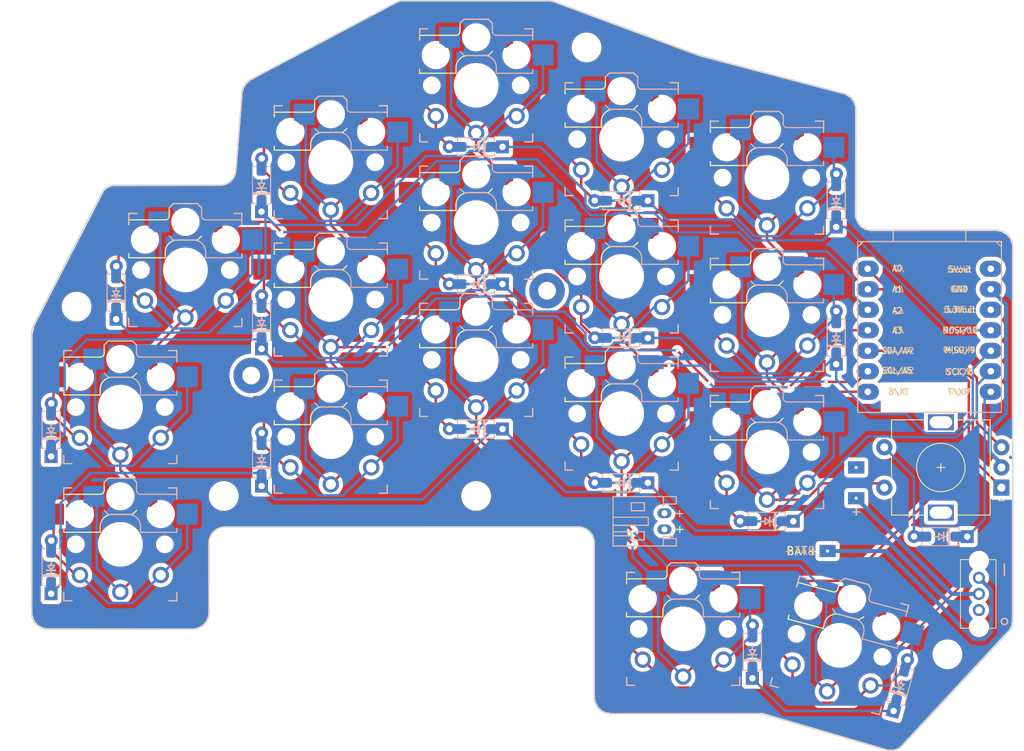
<source format=kicad_pcb>
(kicad_pcb (version 20221018) (generator pcbnew)
  (layers (0 "F.Cu" signal) (31 "B.Cu" signal) (34 "B.Paste" user) (35 "F.Paste" user) (36 "B.SilkS" user "B.Silkscreen") (37 "F.SilkS" user "F.Silkscreen") (38 "B.Mask" user) (39 "F.Mask" user) (44 "Edge.Cuts" user))
  (net 0 "")
  (net 1 "Net-(BT1-+)")
  (net 2 "GND")
  (net 3 "Row_0")
  (net 4 "Net-(D1-A)")
  (net 5 "Net-(D2-A)")
  (net 6 "Net-(D3-A)")
  (net 7 "Net-(D4-A)")
  (net 8 "Net-(D5-A)")
  (net 9 "Row_1")
  (net 10 "Net-(D6-A)")
  (net 11 "Net-(D7-A)")
  (net 12 "Net-(D8-A)")
  (net 13 "Net-(D9-A)")
  (net 14 "Net-(D10-A)")
  (net 15 "Row_2")
  (net 16 "Net-(D11-A)")
  (net 17 "Net-(D12-A)")
  (net 18 "Net-(D13-A)")
  (net 19 "Net-(D14-A)")
  (net 20 "Net-(D15-A)")
  (net 21 "Row_3")
  (net 22 "Net-(D16-A)")
  (net 23 "Net-(D17-A)")
  (net 24 "Net-(D18-A)")
  (net 26 "Net-(J1-Pad3)")
  (net 27 "Col_0")
  (net 28 "Col_1")
  (net 29 "Col_2")
  (net 30 "Col_3")
  (net 31 "Col_4")
  (net 32 "EC_B")
  (net 33 "EC_A")
  (net 36 "Net-(BT1--)")
  (net 37 "Net-(J1-Pad4)")
  (net 38 "Net-(JP2-Pad1)")
  (footprint "KLOTZ:Kailh_socket_PG1350_optional_reversible" (layer "F.Cu") (at 99.589672 117.976998)
    (fp_text reference "S11" hide)
    (fp_text value "Keyswitch")
  )
  (footprint "custom_components:Compatible_diode_TH_SMD" (layer "F.Cu") (at 201.166068 117.023498)
    (fp_text reference "D18" hide)
    (fp_text value "Diode")
  )
  (footprint "KLOTZ:Kailh_socket_PG1350_optional_reversible" (layer "F.Cu") (at 125.639672 104.641998)
    (fp_text reference "S12" hide)
    (fp_text value "Keyswitch")
  )
  (footprint "KLOTZ:Kailh_socket_PG1350_optional_reversible" (layer "F.Cu") (at 179.639672 89.546998)
    (fp_text reference "S10" hide)
    (fp_text value "Keyswitch")
  )
  (footprint "custom_components:Compatible_diode_TH_SMD" (layer "F.Cu") (at 117.067172 73.499498 -90)
    (fp_text reference "D2" hide)
    (fp_text value "Diode")
  )
  (footprint "KLOTZ:Kailh_socket_PG1350_optional_reversible" (layer "F.Cu") (at 107.639672 83.976998)
    (fp_text reference "S1" hide)
    (fp_text value "Keyswitch")
  )
  (footprint "custom_components:Compatible_diode_TH_SMD" (layer "F.Cu") (at 177.832172 131.311998 -90)
    (fp_text reference "D16" hide)
    (fp_text value "Diode")
  )
  (footprint "MountingHole:MountingHole_3.2mm_M3" (layer "F.Cu") (at 112.389672 111.989498)
    (fp_text reference "REF**" hide)
    (fp_text value "MountingHole_3.2mm_M3")
  )
  (footprint "custom_components:Compatible_diode_TH_SMD" (layer "F.Cu") (at 161.639672 92.404498)
    (fp_text reference "D9" hide)
    (fp_text value "Diode")
  )
  (footprint "custom_components:link_pad" (layer "F.Cu") (at 190.688568 112.260998)
    (fp_text reference "JP1" hide)
    (fp_text value "Device_Jumper_NO_Small")
  )
  (footprint "custom_components:Compatible_diode_TH_SMD" (layer "F.Cu") (at 196.155088 135.471296 -105)
    (fp_text reference "D17" hide)
    (fp_text value "Diode")
  )
  (footprint "KLOTZ:Kailh_socket_PG1350_optional_reversible" (layer "F.Cu") (at 143.639672 95.116998)
    (fp_text reference "S13" hide)
    (fp_text value "Keyswitch")
  )
  (footprint "KLOTZ:Kailh_socket_PG1350_optional_reversible" (layer "F.Cu") (at 125.639672 87.641998)
    (fp_text reference "S7" hide)
    (fp_text value "Keyswitch")
  )
  (footprint "custom_components:Compatible_diode_TH_SMD" (layer "F.Cu") (at 91.017172 103.834498 -90)
    (fp_text reference "D6" hide)
    (fp_text value "Diode")
  )
  (footprint "KLOTZ:Kailh_socket_PG1350_optional_reversible" (layer "F.Cu") (at 143.639672 78.116998)
    (fp_text reference "S8" hide)
    (fp_text value "Keyswitch")
  )
  (footprint "custom_components:Compatible_diode_TH_SMD" (layer "F.Cu") (at 161.639672 110.356998)
    (fp_text reference "D14" hide)
    (fp_text value "Diode")
  )
  (footprint "MountingHole:MountingHole_3.2mm_M3" (layer "F.Cu") (at 143.639672 111.989498)
    (fp_text reference "REF**" hide)
    (fp_text value "MountingHole_3.2mm_M3")
  )
  (footprint "custom_components:Xiao_nrf52840_BLE" (layer "F.Cu") (at 199.765768 91.464998)
    (fp_text reference "U2" hide)
    (fp_text value "SeeeduinoXIAO")
  )
  (footprint "Rotary_Encoder:RotaryEncoder_Alps_EC11E-Switch_Vertical_H20mm" (layer "F.Cu") (at 208.666068 110.950998 180)
    (fp_text reference "SW1" hide)
    (fp_text value "RotaryEncoder_Switch")
  )
  (footprint "KLOTZ:JST_PH_reversible" (layer "F.Cu") (at 166.947172 114.119498 -90)
    (fp_text reference "BT1" hide)
    (fp_text value "Battery_Cell")
  )
  (footprint "custom_components:Switch_slide_TH_5P" (layer "F.Cu") (at 205.880011 124.121209 90)
    (fp_text reference "J1" hide)
    (fp_text value "B5B-XH-A_LF__SN_")
  )
  (footprint "custom_components:Compatible_diode_TH_SMD" (layer "F.Cu") (at 91.017172 120.834498 -90)
    (fp_text reference "D11" hide)
    (fp_text value "Diode")
  )
  (footprint "KLOTZ:Kailh_socket_PG1350_optional_reversible" (layer "F.Cu") (at 161.639672 84.784498)
    (fp_text reference "S9" hide)
    (fp_text value "Keyswitch")
  )
  (footprint "KLOTZ:Kailh_socket_PG1350_optional_reversible" (layer "F.Cu") (at 179.639672 72.546998)
    (fp_text reference "S5" hide)
    (fp_text value "Keyswitch")
  )
  (footprint "KLOTZ:Kailh_socket_PG1350_optional_reversible" (layer "F.Cu") (at 188.614264 130.492437 -15)
    (fp_text reference "S17" hide)
    (fp_text value "Keyswitch")
  )
  (footprint "custom_components:Compatible_diode_TH_SMD" (layer "F.Cu") (at 188.212172 92.404498 -90)
    (fp_text reference "D10" hide)
    (fp_text value "Diode")
  )
  (footprint "custom_components:Compatible_diode_TH_SMD" (layer "F.Cu") (at 143.639672 85.736998)
    (fp_text reference "D8" hide)
    (fp_text value "Diode")
  )
  (footprint "KLOTZ:Kailh_socket_PG1350_optional_reversible" (layer "F.Cu") (at 169.259672 128.454498)
    (fp_text reference "S16" hide)
    (fp_text value "Keyswitch")
  )
  (footprint "custom_components:Compatible_diode_TH_SMD" (layer "F.Cu") (at 117.067172 107.499498 -90)
    (fp_text reference "D12" hide)
    (fp_text value "Diode")
  )
  (footprint "custom_components:Compatible_diode_TH_SMD" (layer "F.Cu") (at 117.067172 90.499498 -90)
    (fp_text reference "D7" hide)
    (fp_text value "Diode")
  )
  (footprint "KLOTZ:Kailh_socket_PG1350_optional_reversible" (layer "F.Cu") (at 179.639672 106.546998)
    (fp_text reference "S15" hide)
    (fp_text value "Keyswitch")
  )
  (footprint "custom_components:link_pad" (layer "F.Cu") (at 187.139672 118.809498)
    (fp_text reference "JP3" hide)
    (fp_text value "Device_Jumper_NO_Small")
  )
  (footprint "KLOTZ:SplitkbTentingPuck_threeholes" (layer "F.Cu") (at 134.099672 91.809498 16)
    (fp_text reference "REF**" hide)
    (fp_text value "Tenting Puck" hide)
  )
  (footprint "KLOTZ:Kailh_socket_PG1350_optional_reversible" (layer "F.Cu") (at 99.589672 100.976998)
    (fp_text reference "S6" hide)
    (fp_text value "Keyswitch")
  )
  (footprint "custom_components:Compatible_diode_TH_SMD" (layer "F.Cu") (at 143.639672 103.689498)
    (fp_text reference "D13" hide)
    (fp_text value "Diode")
  )
  (footprint "MountingHole:MountingHole_3.2mm_M3" (layer "F.Cu") (at 94.169672 88.529498)
    (fp_text reference "REF**" hide)
    (fp_text value "MountingHole_3.2mm_M3")
  )
  (footprint "MountingHole:MountingHole_3.2mm_M3" (layer "F.Cu") (at 157.299672 56.419498)
    (fp_text reference "REF**" hide)
    (fp_text value "MountingHole_3.2mm_M3")
  )
  (footprint "custom_components:Compatible_diode_TH_SMD" (layer "F.Cu") (at 143.639672 68.736998)
    (fp_text reference "D3" hide)
    (fp_text value "Diode")
  )
  (footprint "custom_components:Compatible_diode_TH_SMD" (layer "F.Cu") (at 99.067172 86.834498 -90)
    (fp_text reference "D1" hide)
    (fp_text value "Diode")
  )
  (footprint "KLOTZ:Kailh_socket_PG1350_optional_reversible" (layer "F.Cu") (at 161.639672 67.784498)
    (fp_text reference "S4" hide)
    (fp_text value "Keyswitch")
  )
  (footprint "KLOTZ:Kailh_socket_PG1350_optional_reversible" (layer "F.Cu") (at 125.639672 70.641998)
    (fp_text reference "S2" hide)
    (fp_text value "Keyswitch")
  )
  (footprint "custom_components:Compatible_diode_TH_SMD" (layer "F.Cu") (at 161.639672 75.404498)
    (fp_text reference "D4" hide)
    (fp_text value "Diode")
  )
  (footprint "KLOTZ:Kailh_socket_PG1350_optional_reversible" (layer "F.Cu") (at 161.639672 101.784498)
    (fp_text reference "S14" hide)
    (fp_text value "Keyswitch")
  )
  (footprint "custom_components:link_pad" (layer "F.Cu") (at 190.688568 108.450998)
    (fp_text reference "JP2" hide)
    (fp_text value "Device_Jumper_NO_Small")
  )
  (footprint "MountingHole:MountingHole_3.2mm_M3" (layer "F.Cu") (at 201.979672 131.599498)
    (fp_text reference "REF**" hide)
    (fp_text value "MountingHole_3.2mm_M3")
  )
  (footprint "custom_components:Compatible_diode_TH_SMD" (layer "F.Cu") (at 188.212172 75.404498 -90)
    (fp_text reference "D5" hide)
    (fp_text value "Diode")
  )
  (footprint "custom_components:Compatible_diode_TH_SMD" (layer "F.Cu") (at 179.639672 115.119498)
    (fp_text reference "D15" hide)
    (fp_text value "Diode")
  )
  (footprint "KLOTZ:Kailh_socket_PG1350_optional_reversible" (layer "F.Cu") (at 143.639672 61.116998)
    (fp_text reference "S3" hide)
    (fp_text value "Keyswitch")
  )
  (gr_arc (start 110.555527 126.469096) (mid 109.972552 127.88842) (end 108.555543 128.476998) (stroke (width 0.15)) (layer "Edge.Cuts"))
  (gr_line (start 190.639672 64.046998) (end 190.639672 77.046998) (stroke (width 0.15)) (layer "Edge.Cuts"))
  (gr_arc (start 152.639672 50.616998) (mid 152.992561 50.648376) (end 153.334377 50.741529) (stroke (width 0.15)) (layer "Edge.Cuts"))
  (gr_arc (start 88.589672 91.841998) (mid 88.689347 91.267935) (end 88.898888 90.724265) (stroke (width 0.15)) (layer "Edge.Cuts"))
  (gr_line (start 194.419358 143.445678) (end 179.24834 139.034048) (stroke (width 0.15)) (layer "Edge.Cuts"))
  (gr_arc (start 114.645843 61.985004) (mid 114.968208 61.043719) (end 115.704235 60.374243) (stroke (width 0.15)) (layer "Edge.Cuts"))
  (gr_arc (start 97.47657 74.079425) (mid 97.996992 73.66019) (end 98.639672 73.476998) (stroke (width 0.15)) (layer "Edge.Cuts"))
  (gr_arc (start 196.442962 142.8866) (mid 195.510414 143.453021) (end 194.419358 143.445678) (stroke (width 0.15)) (layer "Edge.Cuts"))
  (gr_arc (start 156.260155 115.833531) (mid 157.674053 116.419488) (end 158.259672 117.833531) (stroke (width 0.15)) (layer "Edge.Cuts"))
  (gr_line (start 115.704235 60.374243) (end 133.704235 50.849243) (stroke (width 0.15)) (layer "Edge.Cuts"))
  (gr_arc (start 192.639672 79.046998) (mid 191.225467 78.461209) (end 190.639672 77.046998) (stroke (width 0.15)) (layer "Edge.Cuts"))
  (gr_line (start 210.071011 127.418709) (end 210.071011 81.031848) (stroke (width 0.15)) (layer "Edge.Cuts"))
  (gr_arc (start 133.704235 50.849243) (mid 134.157754 50.675928) (end 134.639672 50.616998) (stroke (width 0.15)) (layer "Edge.Cuts"))
  (gr_line (start 153.334377 50.741529) (end 171.154023 57.342223) (stroke (width 0.15)) (layer "Edge.Cuts"))
  (gr_line (start 192.639672 79.046998) (end 208.071068 79.046998) (stroke (width 0.15)) (layer "Edge.Cuts"))
  (gr_line (start 113.88608 71.633992) (end 114.645843 61.985004) (stroke (width 0.15)) (layer "Edge.Cuts"))
  (gr_line (start 108.555543 128.476998) (end 90.589672 128.476998) (stroke (width 0.15)) (layer "Edge.Cuts"))
  (gr_arc (start 178.689886 138.954498) (mid 178.971931 138.974488) (end 179.24834 139.034048) (stroke (width 0.15)) (layer "Edge.Cuts"))
  (gr_line (start 171.337164 57.400223) (end 189.151236 62.113529) (stroke (width 0.15)) (layer "Edge.Cuts"))
  (gr_arc (start 189.151236 62.113529) (mid 190.224472 62.826981) (end 190.639672 64.046998) (stroke (width 0.15)) (layer "Edge.Cuts"))
  (gr_arc (start 208.071068 79.046998) (mid 209.479924 79.627436) (end 210.071011 81.031848) (stroke (width 0.15)) (layer "Edge.Cuts"))
  (gr_line (start 134.639672 50.616998) (end 152.639672 50.616998) (stroke (width 0.15)) (layer "Edge.Cuts"))
  (gr_line (start 156.260155 115.833531) (end 112.555995 115.822969) (stroke (width 0.15)) (layer "Edge.Cuts"))
  (gr_line (start 88.898888 90.724265) (end 97.47657 74.079425) (stroke (width 0.15)) (layer "Edge.Cuts"))
  (gr_line (start 88.589672 126.476998) (end 88.589672 91.841998) (stroke (width 0.15)) (layer "Edge.Cuts"))
  (gr_line (start 158.259672 136.954498) (end 158.259672 117.833531) (stroke (width 0.15)) (layer "Edge.Cuts"))
  (gr_arc (start 210.071011 127.418709) (mid 209.935302 128.158129) (end 209.536219 128.795232) (stroke (width 0.15)) (layer "Edge.Cuts"))
  (gr_line (start 209.536219 128.795232) (end 196.442962 142.8866) (stroke (width 0.15)) (layer "Edge.Cuts"))
  (gr_arc (start 171.337164 57.400223) (mid 171.244896 57.373424) (end 171.154023 57.342223) (stroke (width 0.15)) (layer "Edge.Cuts"))
  (gr_arc (start 113.886081 71.633992) (mid 113.249826 72.945669) (end 111.892252 73.476998) (stroke (width 0.15)) (layer "Edge.Cuts"))
  (gr_arc (start 110.555527 117.83087) (mid 111.138681 116.411384) (end 112.555995 115.822969) (stroke (width 0.15)) (layer "Edge.Cuts"))
  (gr_line (start 178.689886 138.954498) (end 160.259672 138.954498) (stroke (width 0.15)) (layer "Edge.Cuts"))
  (gr_line (start 98.639672 73.476998) (end 111.892252 73.476998) (stroke (width 0.15)) (layer "Edge.Cuts"))
  (gr_line (start 110.555527 117.83087) (end 110.555527 126.469096) (stroke (width 0.15)) (layer "Edge.Cuts"))
  (gr_arc (start 90.589672 128.476998) (mid 89.175458 127.891212) (end 88.589672 126.476998) (stroke (width 0.15)) (layer "Edge.Cuts"))
  (gr_arc (start 160.259672 138.954498) (mid 158.845467 138.368709) (end 158.259672 136.954498) (stroke (width 0.15)) (layer "Edge.Cuts"))
  (gr_text "BAT+" (at 185.739672 119.391998) (layer "B.SilkS") (effects (font (size 1 1)) (justify left bottom mirror)))
  (gr_text "|\n\n\n\n○\n" (at 209.011068 128.046998) (layer "B.SilkS") (effects (font (size 1 1)) (justify bottom mirror)))
  (gr_text "+" (at 191.378568 114.480998) (layer "B.SilkS") (effects (font (size 1 1)) (justify left bottom mirror)))
  (gr_text "+" (at 169.541068 114.676998) (layer "B.SilkS") (effects (font (size 1 1)) (justify left bottom mirror)))
  (gr_text "BAT+" (at 181.929672 119.389498) (layer "F.SilkS") (effects (font (size 1 1)) (justify left bottom)))
  (gr_text "|\n\n\n\n○\n" (at 209.041068 128.046998) (layer "F.SilkS") (effects (font (size 1 1)) (justify bottom)))
  (gr_text "+" (at 168.131068 116.636998) (layer "F.SilkS") (effects (font (size 1 1)) (justify left bottom)))
  (gr_text "+" (at 189.991068 114.484287) (layer "F.SilkS") (effects (font (size 1 1)) (justify left bottom)))
  (segment (start 208.666068 108.450998) (end 208.666068 108.001608) (width 0.5) (layer "B.Cu") (net 2))
  (segment (start 209.225527 101.75087) (end 209.225527 88.256157) (width 0.5) (layer "B.Cu") (net 2))
  (segment (start 207.216068 103.760329) (end 209.225527 101.75087) (width 0.5) (layer "B.Cu") (net 2))
  (segment (start 209.225527 88.256157) (end 207.346368 86.376998) (width 0.5) (layer "B.Cu") (net 2))
  (segment (start 207.216068 106.551608) (end 207.216068 103.760329) (width 0.5) (layer "B.Cu") (net 2))
  (segment (start 208.666068 108.001608) (end 207.216068 106.551608) (width 0.5) (layer "B.Cu") (net 2))
  (segment (start 128.868399 78.407998) (end 137.409399 69.866998) (width 0.3) (layer "B.Cu") (net 3))
  (segment (start 158.971018 76.354498) (end 162.789672 76.354498) (width 0.3) (layer "B.Cu") (net 3))
  (segment (start 151.601655 68.736998) (end 157.164672 74.300015) (width 0.3) (layer "B.Cu") (net 3))
  (segment (start 164.899672 75.404498) (end 167.208172 77.712998) (width 0.3) (layer "B.Cu") (net 3))
  (segment (start 186.563672 80.312998) (end 188.212172 78.664498) (width 0.3) (layer "B.Cu") (net 3))
  (segment (start 146.899672 68.736998) (end 151.601655 68.736998) (width 0.3) (layer "B.Cu") (net 3))
  (segment (start 157.164672 75.860844) (end 157.838326 76.534498) (width 0.3) (layer "B.Cu") (net 3))
  (segment (start 189.312172 78.664498) (end 202.104672 91.456998) (width 0.3) (layer "B.Cu") (net 3))
  (segment (start 142.228912 69.866998) (end 142.855527 69.240383) (width 0.3) (layer "B.Cu") (net 3))
  (segment (start 117.564672 84.783814) (end 117.564672 77.256998) (width 0.3) (layer "B.Cu") (net 3))
  (segment (start 137.409399 69.866998) (end 142.228912 69.866998) (width 0.3) (layer "B.Cu") (net 3))
  (segment (start 99.067172 90.094498) (end 100.715672 91.742998) (width 0.3) (layer "B.Cu") (net 3))
  (segment (start 157.838326 76.534498) (end 158.791018 76.534498) (width 0.3) (layer "B.Cu") (net 3))
  (segment (start 117.067172 76.759498) (end 118.715672 78.407998) (width 0.3) (layer "B.Cu") (net 3))
  (segment (start 175.298566 77.712998) (end 177.898565 80.312998) (width 0.3) (layer "B.Cu") (net 3))
  (segment (start 110.605488 91.742998) (end 117.564672 84.783814) (width 0.3) (layer "B.Cu") (net 3))
  (segment (start 202.104672 91.456998) (end 207.346368 91.456998) (width 0.3) (layer "B.Cu") (net 3))
  (segment (start 188.212172 78.664498) (end 189.312172 78.664498) (width 0.3) (layer "B.Cu") (net 3))
  (segment (start 177.898565 80.312998) (end 186.563672 80.312998) (width 0.3) (layer "B.Cu") (net 3))
  (segment (start 100.715672 91.742998) (end 110.605488 91.742998) (width 0.3) (layer "B.Cu") (net 3))
  (segment (start 118.715672 78.407998) (end 128.868399 78.407998) (width 0.3) (layer "B.Cu") (net 3))
  (segment (start 162.789672 76.354498) (end 163.739672 75.404498) (width 0.3) (layer "B.Cu") (net 3))
  (segment (start 167.208172 77.712998) (end 175.298566 77.712998) (width 0.3) (layer "B.Cu") (net 3))
  (segment (start 142.855527 69.236998) (end 145.239672 69.236998) (width 0.3) (layer "B.Cu") (net 3))
  (segment (start 157.164672 74.300015) (end 157.164672 75.860844) (width 0.3) (layer "B.Cu") (net 3))
  (segment (start 142.855527 69.240383) (end 142.855527 69.236998) (width 0.3) (layer "B.Cu") (net 3))
  (segment (start 158.791018 76.534498) (end 158.971018 76.354498) (width 0.3) (layer "B.Cu") (net 3))
  (segment (start 145.239672 69.236998) (end 145.739672 68.736998) (width 0.3) (layer "B.Cu") (net 3))
  (segment (start 117.564672 77.256998) (end 117.067172 76.759498) (width 0.3) (layer "B.Cu") (net 3))
  (segment (start 99.364672 80.226998) (end 99.364672 83.231998) (width 0.3) (layer "F.Cu") (net 4))
  (segment (start 99.067172 84.734498) (end 102.109672 87.776998) (width 0.3) (layer "F.Cu") (net 4))
  (segment (start 102.109672 87.776998) (end 102.639672 87.776998) (width 0.3) (layer "F.Cu") (net 4))
  (segment (start 99.364672 83.231998) (end 99.087172 83.509498) (width 0.3) (layer "F.Cu") (net 4))
  (segment (start 109.173672 91.242998) (end 106.105672 91.242998) (width 0.3) (layer "B.Cu") (net 4))
  (segment (start 115.914672 80.226998) (end 115.914672 84.501998) (width 0.3) (layer "B.Cu") (net 4))
  (segment (start 112.639672 87.776998) (end 109.173672 91.242998) (width 0.3) (layer "B.Cu") (net 4))
  (segment (start 106.105672 91.242998) (end 102.639672 87.776998) (width 0.3) (layer "B.Cu") (net 4))
  (segment (start 115.914672 84.501998) (end 112.639672 87.776998) (width 0.3) (layer "B.Cu") (net 4))
  (segment (start 117.364672 66.891998) (end 117.364672 69.896998) (width 0.3) (layer "F.Cu") (net 5))
  (segment (start 120.109672 74.441998) (end 120.639672 74.441998) (width 0.3) (layer "F.Cu") (net 5))
  (segment (start 117.067172 71.399498) (end 120.109672 74.441998) (width 0.3) (layer "F.Cu") (net 5))
  (segment (start 117.364672 69.896998) (end 117.087172 70.174498) (width 0.3) (layer "F.Cu") (net 5))
  (segment (start 133.914672 71.166998) (end 130.639672 74.441998) (width 0.3) (layer "B.Cu") (net 5))
  (segment (start 130.639672 74.441998) (end 127.173672 77.907998) (width 0.3) (layer "B.Cu") (net 5))
  (segment (start 127.173672 77.907998) (end 124.105672 77.907998) (width 0.3) (layer "B.Cu") (net 5))
  (segment (start 133.914672 66.891998) (end 133.914672 71.166998) (width 0.3) (layer "B.Cu") (net 5))
  (segment (start 124.105672 77.907998) (end 120.639672 74.441998) (width 0.3) (layer "B.Cu") (net 5))
  (segment (start 138.639672 64.916998) (end 138.639672 67.041998) (width 0.3) (layer "F.Cu") (net 6))
  (segment (start 135.364672 57.366998) (end 135.364672 61.641998) (width 0.3) (layer "F.Cu") (net 6))
  (segment (start 135.364672 61.641998) (end 138.639672 64.916998) (width 0.3) (layer "F.Cu") (net 6))
  (segment (start 138.639672 67.041998) (end 140.314672 68.716998) (width 0.3) (layer "F.Cu") (net 6))
  (segment (start 147.671488 64.916998) (end 143.851488 68.736998) (width 0.3) (layer "B.Cu") (net 6))
  (segment (start 148.639672 64.916998) (end 147.671488 64.916998) (width 0.3) (layer "B.Cu") (net 6))
  (segment (start 151.914672 57.366998) (end 151.914672 61.641998) (width 0.3) (layer "B.Cu") (net 6))
  (segment (start 143.851488 68.736998) (end 141.439672 68.736998) (width 0.3) (layer "B.Cu") (net 6))
  (segment (start 151.914672 61.641998) (end 148.639672 64.916998) (width 0.3) (layer "B.Cu") (net 6))
  (segment (start 156.639672 71.584498) (end 156.639672 73.709498) (width 0.3) (layer "F.Cu") (net 7))
  (segment (start 156.639672 73.709498) (end 158.314672 75.384498) (width 0.3) (layer "F.Cu") (net 7))
  (segment (start 153.364672 68.309498) (end 156.639672 71.584498) (width 0.3) (layer "F.Cu") (net 7))
  (segment (start 153.364672 64.034498) (end 153.364672 68.309498) (width 0.3) (layer "F.Cu") (net 7))
  (segment (start 165.671488 71.584498) (end 161.851488 75.404498) (width 0.3) (layer "B.Cu") (net 7))
  (segment (start 166.639672 71.584498) (end 165.671488 71.584498) (width 0.3) (layer "B.Cu") (net 7))
  (segment (start 169.914672 68.309498) (end 166.639672 71.584498) (width 0.3) (layer "B.Cu") (net 7))
  (segment (start 169.914672 64.034498) (end 169.914672 68.309498) (width 0.3) (layer "B.Cu") (net 7))
  (segment (start 161.851488 75.404498) (end 159.439672 75.404498) (width 0.3) (layer "B.Cu") (net 7))
  (segment (start 171.364672 73.071998) (end 174.639672 76.346998) (width 0.3) (layer "F.Cu") (net 8))
  (segment (start 171.364672 68.796998) (end 171.364672 73.071998) (width 0.3) (layer "F.Cu") (net 8))
  (segment (start 178.105672 79.812998) (end 174.639672 76.346998) (width 0.3) (layer "B.Cu") (net 8))
  (segment (start 185.069672 76.346998) (end 184.639672 76.346998) (width 0.3) (layer "B.Cu") (net 8))
  (segment (start 188.212172 73.204498) (end 185.069672 76.346998) (width 0.3) (layer "B.Cu") (net 8))
  (segment (start 181.173672 79.812998) (end 178.105672 79.812998) (width 0.3) (layer "B.Cu") (net 8))
  (segment (start 187.914672 68.796998) (end 187.914672 71.761998) (width 0.3) (layer "B.Cu") (net 8))
  (segment (start 187.914672 71.761998) (end 188.232172 72.079498) (width 0.3) (layer "B.Cu") (net 8))
  (segment (start 184.639672 76.346998) (end 181.173672 79.812998) (width 0.3) (layer "B.Cu") (net 8))
  (segment (start 157.838326 93.534498) (end 160.228912 93.534498) (width 0.3) (layer "B.Cu") (net 9))
  (segment (start 164.899672 92.404498) (end 168.859155 92.404498) (width 0.3) (layer "B.Cu") (net 9))
  (segment (start 199.216068 104.200998) (end 196.838779 101.823709) (width 0.3) (layer "B.Cu") (net 9))
  (segment (start 144.9858 86.49087) (end 145.739672 85.736998) (width 0.3) (layer "B.Cu") (net 9))
  (segment (start 196.838779 101.823709) (end 192.478568 101.823709) (width 0.3) (layer "B.Cu") (net 9))
  (segment (start 146.899672 85.736998) (end 150.302652 89.139978) (width 0.3) (layer "B.Cu") (net 9))
  (segment (start 185.403672 97.312998) (end 188.212172 94.504498) (width 0.3) (layer "B.Cu") (net 9))
  (segment (start 92.689672 104.261998) (end 92.689672 95.351998) (width 0.3) (layer "B.Cu") (net 9))
  (segment (start 160.228912 93.534498) (end 160.79254 92.97087) (width 0.3) (layer "B.Cu") (net 9))
  (segment (start 117.067172 93.759498) (end 118.715672 95.407998) (width 0.3) (layer "B.Cu") (net 9))
  (segment (start 157.164672 91.780015) (end 157.164672 92.860844) (width 0.3) (layer "B.Cu") (net 9))
  (segment (start 202.921279 104.200998) (end 199.216068 104.200998) (width 0.3) (layer "B.Cu") (net 9))
  (segment (start 173.767655 97.312998) (end 185.403672 97.312998) (width 0.3) (layer "B.Cu") (net 9))
  (segment (start 150.302652 89.139978) (end 154.524635 89.139978) (width 0.3) (layer "B.Cu") (net 9))
  (segment (start 192.478568 101.823709) (end 188.212172 97.557313) (width 0.3) (layer "B.Cu") (net 9))
  (segment (start 118.715672 95.407998) (end 129.638399 95.407998) (width 0.3) (layer "B.Cu") (net 9))
  (segment (start 142.60504 86.49087) (end 144.9858 86.49087) (width 0.3) (layer "B.Cu") (net 9))
  (segment (start 160.79254 92.97087) (end 163.1733 92.97087) (width 0.3) (layer "B.Cu") (net 9))
  (segment (start 138.179399 86.866998) (end 142.228912 86.866998) (width 0.3) (layer "B.Cu") (net 9))
  (segment (start 205.108568 102.013709) (end 202.921279 104.200998) (width 0.3) (layer "B.Cu") (net 9))
  (segment (start 207.346368 93.996998) (end 205.108568 96.234798) (width 0.3) (layer "B.Cu") (net 9))
  (segment (start 157.164672 92.860844) (end 157.838326 93.534498) (width 0.3) (layer "B.Cu") (net 9))
  (segment (start 168.859155 92.404498) (end 173.767655 97.312998) (width 0.3) (layer "B.Cu") (net 9))
  (segment (start 142.228912 86.866998) (end 142.60504 86.49087) (width 0.3) (layer "B.Cu") (net 9))
  (segment (start 163.1733 92.97087) (end 163.739672 92.404498) (width 0.3) (layer "B.Cu") (net 9))
  (segment (start 95.442172 92.599498) (end 117.067172 92.599498) (width 0.3) (layer "B.Cu") (net 9))
  (segment (start 91.017172 105.934498) (end 92.689672 104.261998) (width 0.3) (layer "B.Cu") (net 9))
  (segment (start 205.108568 96.234798) (end 205.108568 102.013709) (width 0.3) (layer "B.Cu") (net 9))
  (segment (start 154.524635 89.139978) (end 157.164672 91.780015) (width 0.3) (layer "B.Cu") (net 9))
  (segment (start 92.689672 95.351998) (end 95.442172 92.599498) (width 0.3) (layer "B.Cu") (net 9))
  (segment (start 129.638399 95.407998) (end 138.179399 86.866998) (width 0.3) (layer "B.Cu") (net 9))
  (segment (start 188.212172 97.557313) (end 188.212172 95.664498) (width 0.3) (layer "B.Cu") (net 9))
  (segment (start 94.059672 104.776998) (end 94.589672 104.776998) (width 0.3) (layer "F.Cu") (net 10))
  (segment (start 91.314672 97.226998) (end 91.314672 100.231998) (width 0.3) (layer "F.Cu") (net 10))
  (segment (start 91.314672 100.231998) (end 91.037172 100.509498) (width 0.3) (layer "F.Cu") (net 10))
  (segment (start 91.017172 101.734498) (end 94.059672 104.776998) (width 0.3) (layer "F.Cu") (net 10))
  (segment (start 107.864672 101.501998) (end 104.589672 104.776998) (width 0.3) (layer "B.Cu") (net 10))
  (segment (start 98.055672 108.242998) (end 101.123672 108.242998) (width 0.3) (layer "B.Cu") (net 10))
  (segment (start 107.864672 97.226998) (end 107.864672 101.501998) (width 0.3) (layer "B.Cu") (net 10))
  (segment (start 94.589672 104.776998) (end 98.055672 108.242998) (width 0.3) (layer "B.Cu") (net 10))
  (segment (start 101.123672 108.242998) (end 104.589672 104.776998) (width 0.3) (layer "B.Cu") (net 10))
  (segment (start 117.364672 83.891998) (end 117.364672 86.896998) (width 0.3) (layer "F.Cu") (net 11))
  (segment (start 117.364672 86.896998) (end 117.087172 87.174498) (width 0.3) (layer "F.Cu") (net 11))
  (segment (start 120.109672 91.441998) (end 120.639672 91.441998) (width 0.3) (layer "F.Cu") (net 11))
  (segment (start 117.067172 88.399498) (end 120.109672 91.441998) (width 0.3) (layer "F.Cu") (net 11))
  (segment (start 127.173672 94.907998) (end 124.105672 94.907998) (width 0.3) (layer "B.Cu") (net 11))
  (segment (start 133.914672 88.166998) (end 130.639672 91.441998) (width 0.3) (layer "B.Cu") (net 11))
  (segment (start 130.639672 91.441998) (end 127.173672 94.907998) (width 0.3) (layer "B.Cu") (net 11))
  (segment (start 124.105672 94.907998) (end 120.639672 91.441998) (width 0.3) (layer "B.Cu") (net 11))
  (segment (start 133.914672 83.891998) (end 133.914672 88.166998) (width 0.3) (layer "B.Cu") (net 11))
  (segment (start 138.639672 84.041998) (end 140.314672 85.716998) (width 0.3) (layer "F.Cu") (net 12))
  (segment (start 135.364672 78.641998) (end 138.639672 81.916998) (width 0.3) (layer "F.Cu") (net 12))
  (segment (start 135.364672 74.366998) (end 135.364672 78.641998) (width 0.3) (layer "F.Cu") (net 12))
  (segment (start 138.639672 81.916998) (end 138.639672 84.041998) (width 0.3) (layer "F.Cu") (net 12))
  (segment (start 143.920432 85.736998) (end 141.439672 85.736998) (width 0.3) (layer "B.Cu") (net 12))
  (segment (start 148.639672 81.916998) (end 147.740432 81.916998) (width 0.3) (layer "B.Cu") (net 12))
  (segment (start 147.740432 81.916998) (end 143.920432 85.736998) (width 0.3) (layer "B.Cu") (net 12))
  (segment (start 151.914672 74.366998) (end 151.914672 78.641998) (width 0.3) (layer "B.Cu") (net 12))
  (segment (start 151.914672 78.641998) (end 148.639672 81.916998) (width 0.3) (layer "B.Cu") (net 12))
  (segment (start 156.639672 88.584498) (end 156.639672 90.709498) (width 0.3) (layer "F.Cu") (net 13))
  (segment (start 156.639672 90.709498) (end 158.314672 92.384498) (width 0.3) (layer "F.Cu") (net 13))
  (segment (start 153.364672 83.900843) (end 156.639672 87.175843) (width 0.3) (layer "F.Cu") (net 13))
  (segment (start 153.364672 81.034498) (end 153.364672 83.900843) (width 0.3) (layer "F.Cu") (net 13))
  (segment (start 156.639672 87.175843) (end 156.639672 88.584498) (width 0.3) (layer "F.Cu") (net 13))
  (segment (start 169.914672 85.309498) (end 166.639672 88.584498) (width 0.3) (layer "B.Cu") (net 13))
  (segment (start 165.671488 88.584498) (end 161.851488 92.404498) (width 0.3) (layer "B.Cu") (net 13))
  (segment (start 161.851488 92.404498) (end 159.439672 92.404498) (width 0.3) (layer "B.Cu") (net 13))
  (segment (start 169.914672 81.034498) (end 169.914672 85.309498) (width 0.3) (layer "B.Cu") (net 13))
  (segment (start 166.639672 88.584498) (end 165.671488 88.584498) (width 0.3) (layer "B.Cu") (net 13))
  (segment (start 171.364672 85.796998) (end 171.364672 90.071998) (width 0.3) (layer "F.Cu") (net 14))
  (segment (start 171.364672 90.071998) (end 174.639672 93.346998) (width 0.3) (layer "F.Cu") (net 14))
  (segment (start 181.173672 96.812998) (end 184.639672 93.346998) (width 0.3) (layer "B.Cu") (net 14))
  (segment (start 187.914672 88.761998) (end 188.232172 89.079498) (width 0.3) (layer "B.Cu") (net 14))
  (segment (start 187.914672 85.796998) (end 187.914672 88.761998) (width 0.3) (layer "B.Cu") (net 14))
  (segment (start 187.782172 90.204498) (end 188.212172 90.204498) (width 0.3) (layer "B.Cu") (net 14))
  (segment (start 178.105672 96.812998) (end 181.173672 96.812998) (width 0.3) (layer "B.Cu") (net 14))
  (segment (start 184.639672 93.346998) (end 187.782172 90.204498) (width 0.3) (layer "B.Cu") (net 14))
  (segment (start 174.639672 93.346998) (end 178.105672 96.812998) (width 0.3) (layer "B.Cu") (net 14))
  (segment (start 205.608568 98.274798) (end 205.608568 102.220815) (width 0.3) (layer "B.Cu") (net 15))
  (segment (start 91.017172 124.094498) (end 92.187172 122.924498) (width 0.3) (layer "B.Cu") (net 15))
  (segment (start 154.697172 111.486998) (end 162.609672 111.486998) (width 0.3) (layer "B.Cu") (net 15))
  (segment (start 162.609672 111.486998) (end 163.739672 110.356998) (width 0.3) (layer "B.Cu") (net 15))
  (segment (start 137.021172 112.407998) (end 145.739672 103.689498) (width 0.3) (layer "B.Cu") (net 15))
  (segment (start 194.725257 104.600998) (end 192.138383 104.600998) (width 0.3) (layer "B.Cu") (net 15))
  (segment (start 170.792172 116.249498) (end 180.609672 116.249498) (width 0.3) (layer "B.Cu") (net 15))
  (segment (start 192.138383 104.600998) (end 186.005672 110.733709) (width 0.3) (layer "B.Cu") (net 15))
  (segment (start 118.715672 112.407998) (end 137.021172 112.407998) (width 0.3) (layer "B.Cu") (net 15))
  (segment (start 180.609672 116.249498) (end 181.739672 115.119498) (width 0.3) (layer "B.Cu") (net 15))
  (segment (start 92.187172 112.854498) (end 95.902172 109.139498) (width 0.3) (layer "B.Cu") (net 15))
  (segment (start 116.607172 109.139498) (end 117.067172 109.599498) (width 0.3) (layer "B.Cu") (net 15))
  (segment (start 186.005672 112.013498) (end 182.899672 115.119498) (width 0.3) (layer "B.Cu") (net 15))
  (segment (start 92.187172 122.924498) (end 92.187172 112.854498) (width 0.3) (layer "B.Cu") (net 15))
  (segment (start 164.899672 110.356998) (end 170.792172 116.249498) (width 0.3) (layer "B.Cu") (net 15))
  (segment (start 207.346368 96.536998) (end 205.608568 98.274798) (width 0.3) (layer "B.Cu") (net 15))
  (segment (start 186.005672 110.733709) (end 186.005672 112.013498) (width 0.3) (layer "B.Cu") (net 15))
  (segment (start 95.902172 109.139498) (end 116.607172 109.139498) (width 0.3) (layer "B.Cu") (net 15))
  (segment (start 146.899672 103.689498) (end 154.697172 111.486998) (width 0.3) (layer "B.Cu") (net 15))
  (segment (start 194.825257 104.700998) (end 194.725257 104.600998) (width 0.3) (layer "B.Cu") (net 15))
  (segment (start 117.067172 110.759498) (end 118.715672 112.407998) (width 0.3) (layer "B.Cu") (net 15))
  (segment (start 205.608568 102.220815) (end 203.128385 104.700998) (width 0.3) (layer "B.Cu") (net 15))
  (segment (start 203.128385 104.700998) (end 194.825257 104.700998) (width 0.3) (layer "B.Cu") (net 15))
  (segment (start 91.017172 118.734498) (end 94.059672 121.776998) (width 0.3) (layer "F.Cu") (net 16))
  (segment (start 91.314672 114.226998) (end 91.314672 117.231998) (width 0.3) (layer "F.Cu") (net 16))
  (segment (start 94.059672 121.776998) (end 94.589672 121.776998) (width 0.3) (layer "F.Cu") (net 16))
  (segment (start 91.314672 117.231998) (end 91.037172 117.509498) (width 0.3) (layer "F.Cu") (net 16))
  (segment (start 107.864672 114.226998) (end 107.864672 118.501998) (width 0.3) (layer "B.Cu") (net 16))
  (segment (start 101.123672 125.242998) (end 104.589672 121.776998) (width 0.3) (layer "B.Cu") (net 16))
  (segment (start 98.055672 125.242998) (end 101.123672 125.242998) (width 0.3) (layer "B.Cu") (net 16))
  (segment (start 94.589672 121.776998) (end 98.055672 125.242998) (width 0.3) (layer "B.Cu") (net 16))
  (segment (start 107.864672 118.501998) (end 104.589672 121.776998) (width 0.3) (layer "B.Cu") (net 16))
  (segment (start 117.067172 105.399498) (end 120.109672 108.441998) (width 0.3) (layer "F.Cu") (net 17))
  (segment (start 117.364672 103.896998) (end 117.087172 104.174498) (width 0.3) (layer "F.Cu") (net 17))
  (segment (start 117.364672 100.891998) (end 117.364672 103.896998) (width 0.3) (layer "F.Cu") (net 17))
  (segment (start 120.109672 108.441998) (end 120.639672 108.441998) (width 0.3) (layer "F.Cu") (net 17))
  (segment (start 133.914672 105.166998) (end 130.639672 108.441998) (width 0.3) (layer "B.Cu") (net 17))
  (segment (start 130.639672 108.441998) (end 127.173672 111.907998) (width 0.3) (layer "B.Cu") (net 17))
  (segment (start 127.173672 111.907998) (end 124.105672 111.907998) (width 0.3) (layer "B.Cu") (net 17))
  (segment (start 133.914672 100.891998) (end 133.914672 105.166998) (width 0.3) (layer "B.Cu") (net 17))
  (segment (start 124.105672 111.907998) (end 120.639672 108.441998) (width 0.3) (layer "B.Cu") (net 17))
  (segment (start 135.364672 95.641998) (end 138.639672 98.916998) (width 0.3) (layer "F.Cu") (net 18))
  (segment (start 135.364672 91.366998) (end 135.364672 95.641998) (width 0.3) (layer "F.Cu") (net 18))
  (segment (start 138.639672 98.916998) (end 138.639672 101.994498) (width 0.3) (layer "F.Cu") (net 18))
  (segment (start 138.639672 101.994498) (end 140.314672 103.669498) (width 0.3) (layer "F.Cu") (net 18))
  (segment (start 143.867172 103.689498) (end 141.439672 103.689498) (width 0.3) (layer "B.Cu") (net 18))
  (segment (start 151.914672 95.641998) (end 148.639672 98.916998) (width 0.3) (layer "B.Cu") (net 18))
  (segment (start 148.639672 98.916998) (end 143.867172 103.689498) (width 0.3) (layer "B.Cu") (net 18))
  (segment (start 151.914672 91.366998) (end 151.914672 95.641998) (width 0.3) (layer "B.Cu") (net 18))
  (segment (start 156.639672 108.661998) (end 158.314672 110.336998) (width 0.3) (layer "F.Cu") (net 19))
  (segment (start 156.639672 105.584498) (end 156.639672 108.661998) (width 0.3) (layer "F.Cu") (net 19))
  (segment (start 153.364672 102.309498) (end 156.639672 105.584498) (width 0.3) (layer "F.Cu") (net 19))
  (segment (start 153.364672 98.034498) (end 153.364672 102.309498) (width 0.3) (layer "F.Cu") (net 19))
  (segment (start 169.914672 98.034498) (end 169.914672 102.309498) (width 0.3) (layer "B.Cu") (net 19))
  (segment (start 166.639672 105.584498) (end 161.867172 110.356998) (width 0.3) (layer "B.Cu") (net 19))
  (segment (start 161.867172 110.356998) (end 159.439672 110.356998) (width 0.3) (layer "B.Cu") (net 19))
  (segment (start 169.914672 102.309498) (end 166.639672 105.584498) (width 0.3) (layer "B.Cu") (net 19))
  (segment (start 174.639672 110.346998) (end 174.639672 113.424498) (width 0.3) (layer "F.Cu") (net 20))
  (segment (start 171.364672 102.796998) (end 171.364672 107.071998) (width 0.3) (layer "F.Cu") (net 20))
  (segment (start 171.364672 107.071998) (end 174.639672 110.346998) (width 0.3) (layer "F.Cu") (net 20))
  (segment (start 174.639672 113.424498) (end 176.314672 115.099498) (width 0.3) (layer "F.Cu") (net 20))
  (segment (start 184.639672 110.346998) (end 179.867172 115.119498) (width 0.3) (layer "B.Cu") (net 20))
  (segment (start 187.914672 107.071998) (end 184.639672 110.346998) (width 0.3) (layer "B.Cu") (net 20))
  (segment (start 187.914672 102.796998) (end 187.914672 107.071998) (width 0.3) (layer "B.Cu") (net 20))
  (segment (start 179.867172 115.119498) (end 177.439672 115.119498) (width 0.3) (layer "B.Cu") (net 20))
  (segment (start 195.585686 131.167151) (end 203.366068 123.386769) (width 0.25) (layer "F.Cu") (net 21))
  (segment (start 203.366068 123.386769) (end 203.366068 117.023498) (width 0.25) (layer "F.Cu") (net 21))
  (segment (start 195.585686 137.596333) (end 195.585686 131.167151) (width 0.25) (layer "F.Cu") (net 21))
  (segment (start 207.346368 99.076998) (end 206.588568 99.834798) (width 0.3) (layer "B.Cu") (net 21))
  (segment (start 206.588568 114.860998) (end 204.426068 117.023498) (width 0.3) (layer "B.Cu") (net 21))
  (segment (start 177.832172 134.571998) (end 181.880388 138.620214) (width 0.3) (layer "B.Cu") (net 21))
  (segment (start 206.588568 99.834798) (end 206.588568 114.860998) (width 0.3) (layer "B.Cu") (net 21))
  (segment (start 181.880388 138.620214) (end 195.311338 138.620214) (width 0.3) (layer "B.Cu") (net 21))
  (segment (start 164.259672 132.254498) (end 167.725672 135.720498) (width 0.3) (layer "F.Cu") (net 22))
  (segment (start 160.984672 128.979498) (end 164.259672 132.254498) (width 0.3) (layer "F.Cu") (net 22))
  (segment (start 167.725672 135.720498) (end 170.793672 135.720498) (width 0.3) (layer "F.Cu") (net 22))
  (segment (start 160.984672 124.704498) (end 160.984672 128.979498) (width 0.3) (layer "F.Cu") (net 22))
  (segment (start 170.793672 135.720498) (end 174.259672 132.254498) (width 0.3) (layer "F.Cu") (net 22))
  (segment (start 177.534672 124.704498) (end 177.534672 127.669498) (width 0.3) (layer "B.Cu") (net 22))
  (segment (start 177.832172 129.111998) (end 174.689672 132.254498) (width 0.3) (layer "B.Cu") (net 22))
  (segment (start 177.534672 127.669498) (end 177.852172 127.986998) (width 0.3) (layer "B.Cu") (net 22))
  (segment (start 174.689672 132.254498) (end 174.259672 132.254498) (width 0.3) (layer "B.Cu") (net 22))
  (segment (start 190.316561 137.60087) (end 192.460381 135.45705) (width 0.3) (layer "F.Cu") (net 23))
  (segment (start 182.801122 132.86886) (end 182.801122 134.3057) (width 0.3) (layer "F.Cu") (net 23))
  (segment (start 181.591799 131.659537) (end 182.801122 132.86886) (width 0.3) (layer "F.Cu") (net 23))
  (segment (start 182.801122 134.3057) (end 186.096292 137.60087) (width 0.3) (layer "F.Cu") (net 23))
  (segment (start 181.591799 124.728488) (end 181.591799 131.659537) (width 0.3) (layer "F.Cu") (net 23))
  (segment (start 186.096292 137.60087) (end 190.316561 137.60087) (width 0.3) (layer "F.Cu") (net 23))
  (segment (start 196.72449 133.346259) (end 194.613699 135.45705) (width 0.3) (layer "B.Cu") (net 23))
  (segment (start 197.577872 131.721877) (end 197.03498 132.264769) (width 0.3) (layer "B.Cu") (net 23))
  (segment (start 197.577872 129.011943) (end 197.577872 131.721877) (width 0.3) (layer "B.Cu") (net 23))
  (segment (start 194.613699 135.45705) (end 192.460381 135.45705) (width 0.3) (layer "B.Cu") (net 23))
  (segment (start 197.841068 109.625998) (end 197.841068 117.003498) (width 0.3) (layer "B.Cu") (net 24))
  (segment (start 194.166068 105.950998) (end 197.841068 109.625998) (width 0.3) (layer "B.Cu") (net 24))
  (via (at 190.688568 112.260998) (size 0.65) (drill 0.4) (layers "F.Cu" "B.Cu") (net 26))
  (segment (start 190.688568 112.260998) (end 202.548779 124.121209) (width 0.5) (layer "B.Cu") (net 26))
  (segment (start 202.548779 124.121209) (end 205.880011 124.121209) (width 0.5) (layer "B.Cu") (net 26))
  (segment (start 110.739672 86.776998) (end 107.639672 89.876998) (width 0.3) (layer "F.Cu") (net 27))
  (segment (start 102.689672 120.776998) (end 99.589672 123.876998) (width 0.3) (layer "F.Cu") (net 27))
  (segment (start 107.639672 89.876998) (end 102.864672 94.651998) (width 0.3) (layer "F.Cu") (net 27))
  (segment (start 99.589672 108.751998) (end 102.864672 112.026998) (width 0.3) (layer "F.Cu") (net 27))
  (segment (start 102.689672 103.776998) (end 99.589672 106.876998) (width 0.3) (layer "F.Cu") (net 27))
  (segment (start 118.291655 78.026998) (end 119.545527 79.28087) (width 0.3) (layer "F.Cu") (net 27))
  (segment (start 102.864672 94.651998) (end 102.864672 95.026998) (width 0.3) (layer "F.Cu") (net 27))
  (segment (start 99.589672 106.876998) (end 99.589672 108.751998) (width 0.3) (layer "F.Cu") (net 27))
  (segment (start 102.864672 112.026998) (end 102.689672 112.201998) (width 0.3) (layer "F.Cu") (net 27))
  (segment (start 110.739672 78.201998) (end 110.739672 86.776998) (width 0.3) (layer "F.Cu") (net 27))
  (segment (start 102.689672 95.201998) (end 102.689672 103.776998) (width 0.3) (layer "F.Cu") (net 27))
  (segment (start 102.864672 95.026998) (end 102.689672 95.201998) (width 0.3) (layer "F.Cu") (net 27))
  (segment (start 110.914672 78.026998) (end 118.291655 78.026998) (width 0.3) (layer "F.Cu") (net 27))
  (segment (start 110.914672 78.026998) (end 110.739672 78.201998) (width 0.3) (layer "F.Cu") (net 27))
  (segment (start 102.689672 112.201998) (end 102.689672 120.776998) (width 0.3) (layer "F.Cu") (net 27))
  (via (at 119.545527 79.28087) (size 0.4) (drill 0.4) (layers "F.Cu" "B.Cu") (net 27))
  (segment (start 165.689155 76.934498) (end 168.085527 79.33087) (width 0.3) (layer "B.Cu") (net 27))
  (segment (start 138.714672 70.516998) (end 142.602666 70.516998) (width 0.3) (layer "B.Cu") (net 27))
  (segment (start 176.155527 79.33087) (end 178.515527 81.69087) (width 0.3) (layer "B.Cu") (net 27))
  (segment (start 160.602666 77.184498) (end 160.852666 76.934498) (width 0.3) (layer "B.Cu") (net 27))
  (segment (start 187.108544 81.69087) (end 190.385527 84.967853) (width 0.3) (layer "B.Cu") (net 27))
  (segment (start 104.364672 78.026998) (end 104.539672 78.201998) (width 0.3) (layer "B.Cu") (net 27))
  (segment (start 96.489672 103.776998) (end 99.589672 106.876998) (width 0.3) (layer "B.Cu") (net 27))
  (segment (start 96.664672 120.951998) (end 99.589672 123.876998) (width 0.3) (layer "B.Cu") (net 27))
  (segment (start 160.852666 76.934498) (end 165.689155 76.934498) (width 0.3) (layer "B.Cu") (net 27))
  (segment (start 156.664672 76.06795) (end 157.78122 77.184498) (width 0.3) (layer "B.Cu") (net 27))
  (segment (start 104.539672 86.776998) (end 107.639672 89.876998) (width 0.3) (layer "B.Cu") (net 27))
  (segment (start 190.385527 84.967853) (end 190.385527 87.176157) (width 0.3) (layer "B.Cu") (net 27))
  (segment (start 96.664672 112.376998) (end 96.664672 120.951998) (width 0.3) (layer "B.Cu") (net 27))
  (segment (start 168.085527 79.33087) (end 176.155527 79.33087) (width 0.3) (layer "B.Cu") (net 27))
  (segment (start 96.489672 95.201998) (end 96.489672 103.776998) (width 0.3) (layer "B.Cu") (net 27))
  (segment (start 151.114672 70.266998) (end 156.664672 75.816998) (width 0.3) (layer "B.Cu") (net 27))
  (segment (start 142.852666 70.266998) (end 151.114672 70.266998) (width 0.3) (layer "B.Cu") (net 27))
  (segment (start 157.78122 77.184498) (end 160.602666 77.184498) (width 0.3) (layer "B.Cu") (net 27))
  (segment (start 129.9508 79.28087) (end 138.714672 70.516998) (width 0.3) (layer "B.Cu") (net 27))
  (segment (start 178.515527 81.69087) (end 187.108544 81.69087) (width 0.3) (layer "B.Cu") (net 27))
  (segment (start 104.539672 78.201998) (end 104.539672 86.776998) (width 0.3) (layer "B.Cu") (net 27))
  (segment (start 142.602666 70.516998) (end 142.852666 70.266998) (width 0.3) (layer "B.Cu") (net 27))
  (segment (start 190.385527 87.176157) (end 192.126368 88.916998) (width 0.3) (layer "B.Cu") (net 27))
  (segment (start 156.664672 75.816998) (end 156.664672 76.06795) (width 0.3) (layer "B.Cu") (net 27))
  (segment (start 96.314672 95.026998) (end 96.489672 95.201998) (width 0.3) (layer "B.Cu") (net 27))
  (segment (start 119.545527 79.28087) (end 129.9508 79.28087) (width 0.3) (layer "B.Cu") (net 27))
  (segment (start 96.314672 112.026998) (end 96.664672 112.376998) (width 0.3) (layer "B.Cu") (net 27))
  (segment (start 128.739672 98.866998) (end 128.739672 107.441998) (width 0.3) (layer "F.Cu") (net 28))
  (segment (start 128.739672 73.441998) (end 125.639672 76.541998) (width 0.3) (layer "F.Cu") (net 28))
  (segment (start 182.395527 98.501903) (end 189.440432 91.456998) (width 0.3) (layer "F.Cu") (net 28))
  (segment (start 132.644399 93.541998) (end 125.639672 93.541998) (width 0.3) (layer "F.Cu") (net 28))
  (segment (start 125.639672 76.541998) (end 125.639672 78.416998) (width 0.3) (layer "F.Cu") (net 28))
  (segment (start 128.739672 81.866998) (end 128.739672 90.441998) (width 0.3) (layer "F.Cu") (net 28))
  (segment (start 128.914672 98.691998) (end 128.739672 98.866998) (width 0.3) (layer "F.Cu") (net 28))
  (segment (start 125.639672 95.416998) (end 128.914672 98.691998) (width 0.3) (layer "F.Cu") (net 28))
  (segment (start 128.739672 107.441998) (end 125.639672 110.541998) (width 0.3) (layer "F.Cu") (net 28))
  (segment (start 132.675527 93.51087) (end 132.644399 93.541998) (width 0.3) (layer "F.Cu") (net 28))
  (segment (start 128.739672 64.866998) (end 128.739672 73.441998) (width 0.3) (layer "F.Cu") (net 28))
  (segment (start 125.639672 78.416998) (end 128.914672 81.691998) (width 0.3) (layer "F.Cu") (net 28))
  (segment (start 128.914672 64.691998) (end 128.739672 64.866998) (width 0.3) (layer "F.Cu") (net 28))
  (segment (start 189.440432 91.456998) (end 192.126368 91.456998) (width 0.3) (layer "F.Cu") (net 28))
  (segment (start 125.639672 93.541998) (end 125.639672 95.416998) (width 0.3) (layer "F.Cu") (net 28))
  (segment (start 128.914672 81.691998) (end 128.739672 81.866998) (width 0.3) (layer "F.Cu") (net 28))
  (segment (start 168.545527 94.00087) (end 168.545527 93.98087) (width 0.3) (layer "F.Cu") (net 28))
  (segment (start 172.485527 97.94087) (end 168.545527 94.00087) (width 0.3) (layer "F.Cu") (net 28))
  (segment (start 128.739672 90.441998) (end 125.639672 93.541998) (width 0.3) (layer "F.Cu") (net 28))
  (segment (start 182.395527 98.52087) (end 182.395527 98.501903) (width 0.3) (layer "F.Cu") (net 28))
  (via (at 168.545527 93.98087) (size 0.4) (drill 0.4) (layers "F.Cu" "B.Cu") (net 28))
  (via (at 132.675527 93.51087) (size 0.4) (drill 0.4) (layers "F.Cu" "B.Cu") (net 28))
  (via (at 182.395527 98.52087) (size 0.4) (drill 0.4) (layers "F.Cu" "B.Cu") (net 28))
  (via (at 172.485527 97.94087) (size 0.4) (drill 0.4) (layers "F.Cu" "B.Cu") (net 28))
  (segment (start 173.065527 98.52087) (end 172.485527 97.94087) (width 0.3) (layer "B.Cu") (net 28))
  (segment (start 156.664672 93.06795) (end 157.63122 94.034498) (width 0.3) (layer "B.Cu") (net 28))
  (segment (start 122.539672 90.441998) (end 125.639672 93.541998) (width 0.3) (layer "B.Cu") (net 28))
  (segment (start 153.581655 89.716998) (end 156.664672 92.800015) (width 0.3) (layer "B.Cu") (net 28))
  (segment (start 122.364672 81.691998) (end 122.539672 81.866998) (width 0.3) (layer "B.Cu") (net 28))
  (segment (start 122.539672 98.866998) (end 122.539672 107.441998) (width 0.3) (layer "B.Cu") (net 28))
  (segment (start 168.499155 93.934498) (end 168.545527 93.98087) (width 0.3) (layer "B.Cu") (net 28))
  (segment (start 157.63122 94.034498) (end 160.436019 94.034498) (width 0.3) (layer "B.Cu") (net 28))
  (segment (start 122.539672 64.866998) (end 122.539672 73.441998) (width 0.3) (layer "B.Cu") (net 28))
  (segment (start 142.318544 87.516998) (end 142.568544 87.266998) (width 0.3) (layer "B.Cu") (net 28))
  (segment (start 160.436019 94.034498) (end 160.536019 93.934498) (width 0.3) (layer "B.Cu") (net 28))
  (segment (start 132.675527 93.51087) (end 138.669399 87.516998) (width 0.3) (layer "B.Cu") (net 28))
  (segment (start 147.226678 87.266998) (end 149.676678 89.716998) (width 0.3) (layer "B.Cu") (net 28))
  (segment (start 122.539672 73.441998) (end 125.639672 76.541998) (width 0.3) (layer "B.Cu") (net 28))
  (segment (start 156.664672 92.800015) (end 156.664672 93.06795) (width 0.3) (layer "B.Cu") (net 28))
  (segment (start 122.364672 64.691998) (end 122.539672 64.866998) (width 0.3) (layer "B.Cu") (net 28))
  (segment (start 122.364672 98.691998) (end 122.539672 98.866998) (width 0.3) (layer "B.Cu") (net 28))
  (segment (start 122.539672 107.441998) (end 125.639672 110.541998) (width 0.3) (layer "B.Cu") (net 28))
  (segment (start 182.395527 98.52087) (end 173.065527 98.52087) (width 0.3) (layer "B.Cu") (net 28))
  (segment (start 122.539672 81.866998) (end 122.539672 90.441998) (width 0.3) (layer "B.Cu") (net 28))
  (segment (start 138.669399 87.516998) (end 142.318544 87.516998) (width 0.3) (layer "B.Cu") (net 28))
  (segment (start 142.568544 87.266998) (end 147.226678 87.266998) (width 0.3) (layer "B.Cu") (net 28))
  (segment (start 149.676678 89.716998) (end 153.581655 89.716998) (width 0.3) (layer "B.Cu") (net 28))
  (segment (start 160.536019 93.934498) (end 168.499155 93.934498) (width 0.3) (layer "B.Cu") (net 28))
  (segment (start 172.534672 122.504498) (end 189.587779 122.504498) (width 0.3) (layer "F.Cu") (net 29))
  (segment (start 146.739672 80.916998) (end 143.639672 84.016998) (width 0.3) (layer "F.Cu") (net 29))
  (segment (start 143.639672 104.641998) (end 152.858544 113.86087) (width 0.3) (layer "F.Cu") (net 29))
  (segment (start 152.858544 113.86087) (end 158.905527 113.86087) (width 0.3) (layer "F.Cu") (net 29))
  (segment (start 204.621368 107.470909) (end 204.621368 97.76621) (width 0.3) (layer "F.Cu") (net 29))
  (segment (start 143.639672 101.016998) (end 143.639672 104.641998) (width 0.3) (layer "F.Cu") (net 29))
  (segment (start 146.739672 55.341998) (end 146.739672 63.916998) (width 0.3) (layer "F.Cu") (net 29))
  (segment (start 146.914672 72.166998) (end 146.739672 72.341998) (width 0.3) (layer "F.Cu") (net 29))
  (segment (start 146.739672 72.341998) (end 146.739672 80.916998) (width 0.3) (layer "F.Cu") (net 29))
  (segment (start 158.905527 113.86087) (end 163.005527 117.96087) (width 0.3) (layer "F.Cu") (net 29))
  (segment (start 146.739672 63.916998) (end 143.639672 67.016998) (width 0.3) (layer "F.Cu") (net 29))
  (segment (start 146.564672 89.516998) (end 146.564672 98.091998) (width 0.3) (layer "F.Cu") (net 29))
  (segment (start 200.852156 93.996998) (end 192.126368 93.996998) (width 0.3) (layer "F.Cu") (net 29))
  (segment (start 172.534672 122.504498) (end 172.359672 122.679498) (width 0.3) (layer "F.Cu") (net 29))
  (segment (start 143.639672 67.016998) (end 143.639672 68.891998) (width 0.3) (layer "F.Cu") (net 29))
  (segment (start 146.914672 55.166998) (end 146.739672 55.341998) (width 0.3) (layer "F.Cu") (net 29))
  (segment (start 143.639672 85.891998) (end 146.914672 89.166998) (width 0.3) (layer "F.Cu") (net 29))
  (segment (start 172.359672 131.254498) (end 169.259672 134.354498) (width 0.3) (layer "F.Cu") (net 29))
  (segment (start 189.587779 122.504498) (end 204.621368 107.470909) (width 0.3) (layer "F.Cu") (net 29))
  (segment (start 172.359672 122.679498) (end 172.359672 131.254498) (width 0.3) (layer "F.Cu") (net 29))
  (segment (start 146.564672 98.091998) (end 143.639672 101.016998) (width 0.3) (layer "F.Cu") (net 29))
  (segment (start 143.639672 68.891998) (end 146.914672 72.166998) (width 0.3) (layer "F.Cu") (net 29))
  (segment (start 204.621368 97.76621) (end 200.852156 93.996998) (width 0.3) (layer "F.Cu") (net 29))
  (segment (start 146.914672 89.166998) (end 146.564672 89.516998) (width 0.3) (layer "F.Cu") (net 29))
  (segment (start 143.639672 84.016998) (end 143.639672 85.891998) (width 0.3) (layer "F.Cu") (net 29))
  (via (at 163.005527 117.96087) (size 0.4) (drill 0.4) (layers "F.Cu" "B.Cu") (net 29))
  (segment (start 165.984672 122.504498) (end 166.159672 122.679498) (width 0.3) (layer "B.Cu") (net 29))
  (segment (start 140.539672 80.916998) (end 143.639672 84.016998) (width 0.3) (layer "B.Cu") (net 29))
  (segment (start 140.539672 63.916998) (end 143.639672 67.016998) (width 0.3) (layer "B.Cu") (net 29))
  (segment (start 163.005527 119.525353) (end 165.984672 122.504498) (width 0.3) (layer "B.Cu") (net 29))
  (segment (start 140.364672 89.166998) (end 140.539672 89.341998) (width 0.3) (layer "B.Cu") (net 29))
  (segment (start 140.364672 55.166998) (end 140.539672 55.341998) (width 0.3) (layer "B.Cu") (net 29))
  (segment (start 140.364672 72.166998) (end 140.539672 72.341998) (width 0.3) (layer "B.Cu") (net 29))
  (segment (start 166.159672 131.254498) (end 169.259672 134.354498) (width 0.3) (layer "B.Cu") (net 29))
  (segment (start 163.005527 117.96087) (end 163.005527 119.525353) (width 0.3) (layer "B.Cu") (net 29))
  (segment (start 166.159672 122.679498) (end 166.159672 131.254498) (width 0.3) (layer "B.Cu") (net 29))
  (segment (start 140.539672 89.341998) (end 140.539672 97.916998) (width 0.3) (layer "B.Cu") (net 29))
  (segment (start 140.539672 97.916998) (end 143.639672 101.016998) (width 0.3) (layer "B.Cu") (net 29))
  (segment (start 140.539672 55.341998) (end 140.539672 63.916998) (width 0.3) (layer "B.Cu") (net 29))
  (segment (start 140.539672 72.341998) (end 140.539672 80.916998) (width 0.3) (layer "B.Cu") (net 29))
  (segment (start 161.639672 114.995015) (end 163.015527 116.37087) (width 0.3) (layer "F.Cu") (net 30))
  (segment (start 161.639672 75.123738) (end 164.914672 78.398738) (width 0.3) (layer "F.Cu") (net 30))
  (segment (start 164.914672 95.834498) (end 164.739672 96.009498) (width 0.3) (layer "F.Cu") (net 30))
  (segment (start 190.812496 97.85087) (end 192.126368 96.536998) (width 0.3) (layer "F.Cu") (net 30))
  (segment (start 164.739672 70.584498) (end 161.639672 73.684498) (width 0.3) (layer "F.Cu") (net 30))
  (segment (start 164.739672 104.584498) (end 161.639672 107.684498) (width 0.3) (layer "F.Cu") (net 30))
  (segment (start 164.921044 95.84087) (end 164.914672 95.834498) (width 0.3) (layer "F.Cu") (net 30))
  (segment (start 161.639672 107.684498) (end 161.639672 114.995015) (width 0.3) (layer "F.Cu") (net 30))
  (segment (start 167.505527 95.84087) (end 164.921044 95.84087) (width 0.3) (layer "F.Cu") (net 30))
  (segment (start 191.539264 127.371191) (end 191.539264 131.739367) (width 0.3) (layer "F.Cu") (net 30))
  (segment (start 164.914672 78.834498) (end 164.739672 79.009498) (width 0.3) (layer "F.Cu") (net 30))
  (segment (start 161.639672 92.559498) (end 164.914672 95.834498) (width 0.3) (layer "F.Cu") (net 30))
  (segment (start 164.739672 87.584498) (end 161.639672 90.684498) (width 0.3) (layer "F.Cu") (net 30))
  (segment (start 161.639672 90.684498) (end 161.639672 92.559498) (width 0.3) (layer "F.Cu") (net 30))
  (segment (start 164.739672 62.009498) (end 164.739672 70.584498) (width 0.3) (layer "F.Cu") (net 30))
  (segment (start 193.317644 125.592811) (end 191.539264 127.371191) (width 0.3) (layer "F.Cu") (net 30))
  (segment (start 164.739672 79.009498) (end 164.739672 87.584498) (width 0.3) (layer "F.Cu") (net 30))
  (segment (start 164.739672 96.009498) (end 164.739672 104.584498) (width 0.3) (layer "F.Cu") (net 30))
  (segment (start 164.914672 78.398738) (end 164.914672 78.834498) (width 0.3) (layer "F.Cu") (net 30))
  (segment (start 161.639672 73.684498) (end 161.639672 75.123738) (width 0.3) (layer "F.Cu") (net 30))
  (segment (start 164.914672 61.834498) (end 164.739672 62.009498) (width 0.3) (layer "F.Cu") (net 30))
  (segment (start 186.975527 97.85087) (end 190.812496 97.85087) (width 0.3) (layer "F.Cu") (net 30))
  (segment (start 191.539264 131.739367) (end 187.087232 136.191399) (width 0.3) (layer "F.Cu") (net 30))
  (via (at 167.505527 95.84087) (size 0.4) (drill 0.4) (layers "F.Cu" "B.Cu") (net 30))
  (via (at 186.975527 97.85087) (size 0.4) (drill 0.4) (layers "F.Cu" "B.Cu") (net 30))
  (via (at 163.015527 116.37087) (size 0.4) (drill 0.4) (layers "F.Cu" "B.Cu") (net 30))
  (segment (start 186.99083 127.979296) (end 185.689264 129.280862) (width 0.3) (layer "B.Cu") (net 30))
  (segment (start 158.539672 79.009498) (end 158.539672 87.584498) (width 0.3) (layer "B.Cu") (net 30))
  (segment (start 163.015527 116.37087) (end 167.249155 120.604498) (width 0.3) (layer "B.Cu") (net 30))
  (segment (start 158.539672 87.584498) (end 161.639672 90.684498) (width 0.3) (layer "B.Cu") (net 30))
  (segment (start 158.539672 62.009498) (end 158.539672 70.584498) (width 0.3) (layer "B.Cu") (net 30))
  (segment (start 183.697782 120.604498) (end 186.99083 123.897546) (width 0.3) (layer "B.Cu") (net 30))
  (segment (start 158.364672 95.834498) (end 158.539672 96.009498) (width 0.3) (layer "B.Cu") (net 30))
  (segment (start 185.689264 134.793431) (end 187.087232 136.191399) (width 0.3) (layer "B.Cu") (net 30))
  (segment (start 186.99083 123.897546) (end 186.99083 127.979296) (width 0.3) (layer "B.Cu") (net 30))
  (segment (start 173.560548 97.812998) (end 171.588421 95.84087) (width 0.3) (layer "B.Cu") (net 30))
  (segment (start 167.249155 120.604498) (end 183.697782 120.604498) (width 0.3) (layer "B.Cu") (net 30))
  (segment (start 186.975527 97.85087) (end 186.937655 97.812998) (width 0.3) (layer "B.Cu") (net 30))
  (segment (start 171.588421 95.84087) (end 167.505527 95.84087) (width 0.3) (layer "B.Cu") (net 30))
  (segment (start 158.539672 96.009498) (end 158.539672 104.584498) (width 0.3) (layer "B.Cu") (net 30))
  (segment (start 158.539672 70.584498) (end 161.639672 73.684498) (width 0.3) (layer "B.Cu") (net 30))
  (segment (start 158.539672 104.584498) (end 161.639672 107.684498) (width 0.3) (layer "B.Cu") (net 30))
  (segment (start 185.689264 129.280862) (end 185.689264 134.793431) (width 0.3) (layer "B.Cu") (net 30))
  (segment (start 158.364672 78.834498) (end 158.539672 79.009498) (width 0.3) (layer "B.Cu") (net 30))
  (segment (start 186.937655 97.812998) (end 173.560548 97.812998) (width 0.3) (layer "B.Cu") (net 30))
  (segment (start 158.364672 61.834498) (end 158.539672 62.009498) (width 0.3) (layer "B.Cu") (net 30))
  (segment (start 182.564672 109.521998) (end 179.639672 112.446998) (width 0.3) (layer "F.Cu") (net 31))
  (segment (start 186.494777 110.423709) (end 193.638779 110.423709) (width 0.3) (layer "F.Cu") (net 31))
  (segment (start 184.434672 99.076998) (end 182.914672 100.596998) (width 0.3) (layer "F.Cu") (net 31))
  (segment (start 182.739672 83.771998) (end 182.739672 92.346998) (width 0.3) (layer "F.Cu") (net 31))
  (segment (start 179.639672 78.446998) (end 179.639672 80.321998) (width 0.3) (layer "F.Cu") (net 31))
  (segment (start 179.639672 97.321998) (end 182.914672 100.596998) (width 0.3) (layer "F.Cu") (net 31))
  (segment (start 179.639672 112.446998) (end 184.471488 112.446998) (width 0.3) (layer "F.Cu") (net 31))
  (segment (start 182.914672 100.596998) (end 182.564672 100.946998) (width 0.3) (layer "F.Cu") (net 31))
  (segment (start 182.914672 66.596998) (end 182.564672 66.946998) (width 0.3) (layer "F.Cu") (net 31))
  (segment (start 184.471488 112.446998) (end 186.494777 110.423709) (width 0.3) (layer "F.Cu") (net 31))
  (segment (start 182.564672 100.946998) (end 182.564672 109.521998) (width 0.3) (layer "F.Cu") (net 31))
  (segment (start 179.639672 95.446998) (end 179.639672 97.321998) (width 0.3) (layer "F.Cu") (net 31))
  (segment (start 179.639672 80.321998) (end 182.914672 83.596998) (width 0.3) (layer "F.Cu") (net 31))
  (segment (start 182.739672 92.346998) (end 179.639672 95.446998) (width 0.3) (layer "F.Cu") (net 31))
  (segment (start 182.914672 83.596998) (end 182.739672 83.771998) (width 0.3) (layer "F.Cu") (net 31))
  (segment (start 182.564672 66.946998) (end 182.564672 75.521998) (width 0.3) (layer "F.Cu") (net 31))
  (segment (start 182.564672 75.521998) (end 179.639672 78.446998) (width 0.3) (layer "F.Cu") (net 31))
  (segment (start 192.126368 99.076998) (end 184.434672 99.076998) (width 0.3) (layer "F.Cu") (net 31))
  (segment (start 193.638779 110.423709) (end 194.166068 110.950998) (width 0.3) (layer "F.Cu") (net 31))
  (segment (start 176.539672 100.771998) (end 176.539672 109.346998) (width 0.3) (layer "B.Cu") (net 31))
  (segment (start 176.364672 66.596998) (end 176.714672 66.946998) (width 0.3) (layer "B.Cu") (net 31))
  (segment (start 176.539672 92.346998) (end 179.639672 95.446998) (width 0.3) (layer "B.Cu") (net 31))
  (segment (start 176.364672 100.596998) (end 176.539672 100.771998) (width 0.3) (layer "B.Cu") (net 31))
  (segment (start 176.714672 66.946998) (end 176.714672 75.521998) (width 0.3) (layer "B.Cu") (net 31))
  (segment (start 176.714672 75.521998) (end 179.639672 78.446998) (width 0.3) (layer "B.Cu") (net 31))
  (segment (start 176.364672 83.596998) (end 176.539672 83.771998) (width 0.3) (layer "B.Cu") (net 31))
  (segment (start 176.539672 83.771998) (end 176.539672 92.346998) (width 0.3) (layer "B.Cu") (net 31))
  (segment (start 176.539672 109.346998) (end 179.639672 112.446998) (width 0.3) (layer "B.Cu") (net 31))
  (segment (start 192.126368 86.376998) (end 193.939262 86.376998) (width 0.3) (layer "F.Cu") (net 32))
  (segment (start 193.939262 86.376998) (end 205.121368 97.559104) (width 0.3) (layer "F.Cu") (net 32))
  (segment (start 205.121368 107.406298) (end 208.666068 110.950998) (width 0.3) (layer "F.Cu") (net 32))
  (segment (start 205.121368 97.559104) (end 205.121368 107.406298) (width 0.3) (layer "F.Cu") (net 32))
  (segment (start 205.621368 97.351998) (end 205.621368 102.906298) (width 0.3) (layer "F.Cu") (net 33))
  (segment (start 205.621368 102.906298) (end 208.666068 105.950998) (width 0.3) (layer "F.Cu") (net 33))
  (segment (start 192.106368 83.836998) (end 205.621368 97.351998) (width 0.3) (layer "F.Cu") (net 33))
  (via (at 187.139672 118.809498) (size 0.65) (drill 0.4) (layers "F.Cu" "B.Cu") (net 37))
  (segment (start 207.380011 123.621209) (end 207.380011 128.842529) (width 0.5) (layer "B.Cu") (net 37))
  (segment (start 206.501331 129.721209) (end 205.258691 129.721209) (width 0.5) (layer "B.Cu") (net 37))
  (segment (start 205.258691 129.721209) (end 194.34698 118.809498) (width 0.5) (layer "B.Cu") (net 37))
  (segment (start 205.880011 122.121209) (end 207.380011 123.621209) (width 0.5) (layer "B.Cu") (net 37))
  (segment (start 207.380011 128.842529) (end 206.501331 129.721209) (width 0.5) (layer "B.Cu") (net 37))
  (segment (start 194.34698 118.809498) (end 187.139672 118.809498) (width 0.5) (layer "B.Cu") (net 37))
  (via (at 190.688568 108.450998) (size 0.65) (drill 0.4) (layers "F.Cu" "B.Cu") (net 38))
  (zone (net 0) (net_name "") (layers "F&B.Cu") (connect_pads (clearance 0.5)) (min_thickness 0.25) (fill yes (thermal_gap 0.5) (thermal_bridge_width 0.5) (island_removal_mode 1) (island_area_min 10))
    (polygon (pts (xy 208.081068 79.176998) (xy 208.691068 79.286998) (xy 209.331068 79.666998) (xy 209.711068 80.136998) (xy 209.941068 80.826998) (xy 209.951068 81.256998) (xy 209.941068 127.496998) (xy 209.841068 128.046998) (xy 209.581068 128.546998) (xy 196.281068 142.866998) (xy 195.981068 143.126998) (xy 195.551068 143.316998) (xy 195.151068 143.396998) (xy 194.641068 143.386998) (xy 179.061068 138.836998) (xy 160.301068 138.846998) (xy 159.691068 138.756998) (xy 159.201068 138.526998) (xy 158.791068 138.136998) (xy 158.471068 137.536998) (xy 158.371068 137.126998) (xy 158.371068 117.576998) (xy 158.211068 117.026998) (xy 158.041068 116.686998) (xy 157.771068 116.356998) (xy 157.461068 116.086998) (xy 157.241068 115.956998) (xy 156.671068 115.746998) (xy 156.461068 115.726998) (xy 112.391068 115.726998) (xy 111.921068 115.816998) (xy 111.471068 116.026998) (xy 111.211068 116.196998) (xy 110.961068 116.446998) (xy 110.761068 116.716998) (xy 110.581068 117.076998) (xy 110.471068 117.486998) (xy 110.451068 117.706998) (xy 110.461068 126.526998) (xy 110.401068 126.926998) (xy 110.211068 127.396998) (xy 109.991068 127.716998) (xy 109.661068 127.996998) (xy 109.351068 128.186998) (xy 108.971068 128.316998) (xy 108.601068 128.376998) (xy 90.491068 128.356998) (xy 89.991068 128.256998) (xy 89.491068 127.996998) (xy 89.131068 127.656998) (xy 88.871068 127.206998) (xy 88.741068 126.756998) (xy 88.701068 126.486998) (xy 88.731068 91.936998) (xy 88.951068 90.946998) (xy 97.611068 74.156998) (xy 97.961068 73.856998) (xy 98.551068 73.616998) (xy 111.931068 73.596998) (xy 112.321068 73.556998) (xy 112.761068 73.416998) (xy 113.211068 73.156998) (xy 113.581068 72.766998) (xy 113.881068 72.246998) (xy 113.991068 71.746998) (xy 114.761068 61.926998) (xy 114.911068 61.426998) (xy 115.231068 60.936998) (xy 115.611068 60.586998) (xy 117.011068 59.816998) (xy 133.741068 50.956998) (xy 134.091068 50.796998) (xy 134.501068 50.726998) (xy 152.691068 50.746998) (xy 153.111068 50.796998) (xy 171.251068 57.516998) (xy 189.341068 62.286998) (xy 189.881068 62.636998) (xy 190.291068 63.126998) (xy 190.521068 63.776998) (xy 190.501068 77.206998) (xy 190.581068 77.636998) (xy 190.821068 78.176998) (xy 191.221068 78.676998) (xy 191.761068 79.006998) (xy 192.431068 79.186998)))
  )
  (zone (net 0) (net_name "") (layers "F&B.Cu") (connect_pads (clearance 0)) (min_thickness 0.25)
    (keepout (tracks not_allowed) (vias not_allowed) (pads not_allowed) (copperpour not_allowed) (footprints allowed))
    (fill (thermal_gap 0.5) (thermal_bridge_width 0.5))
    (polygon (pts (xy 193.708568 101.643709) (xy 193.718568 97.903709) (xy 204.318568 97.883709) (xy 204.318568 101.663709)))
  )
)
</source>
